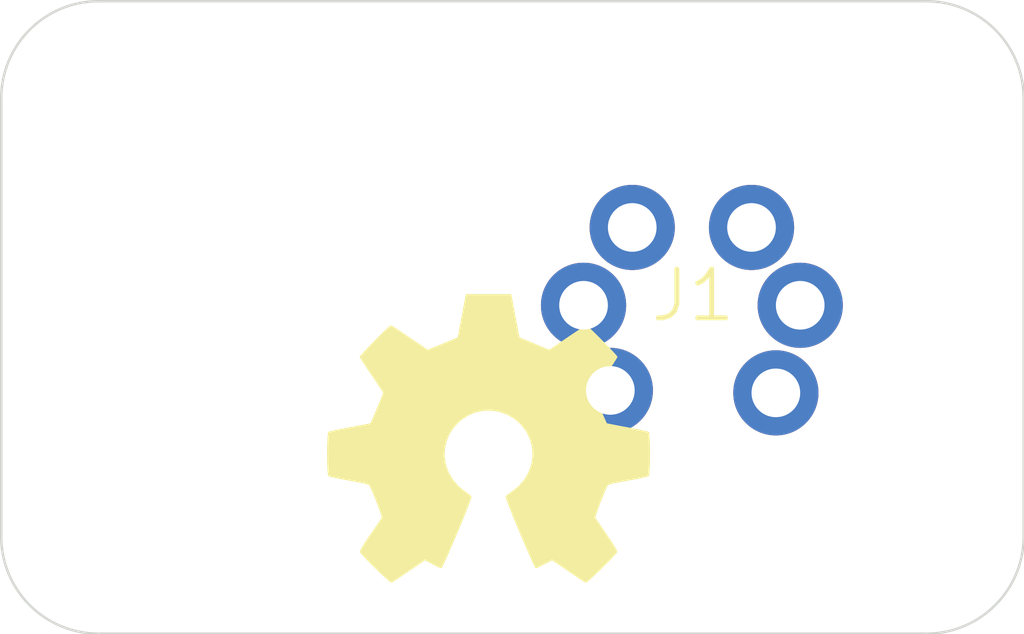
<source format=kicad_pcb>
(kicad_pcb (version 20240108) (generator "pcbnew") (generator_version "8.0")
  (layers (0 "F.Cu" signal) (31 "B.Cu" signal) (34 "B.Paste" user) (35 "F.Paste" user) (36 "B.SilkS" user "B.Silkscreen") (37 "F.SilkS" user "F.Silkscreen") (38 "B.Mask" user) (39 "F.Mask" user) (44 "Edge.Cuts" user))
  (net 0 "")
  (footprint "Symbol:OSHW-Symbol_6.7x6mm_SilkScreen" (layer "F.Cu") (at 150 99)
    (property "Reference" "LOGO1" (hide yes))
    (property "Value" "Logo_Open_Hardware_Small" (hide yes))
    (fp_poly (pts (xy 0.555814 -2.531069) (xy 0.639635 -2.086445) (xy 0.94892 -1.958947) (xy 1.258206 -1.831449) (xy 1.629246 -2.083754) (xy 1.733157 -2.154004) (xy 1.827087 -2.216728) (xy 1.906652 -2.269062) (xy 1.96747 -2.308143) (xy 2.005157 -2.331107) (xy 2.015421 -2.336058) (xy 2.03391 -2.323324) (xy 2.07342 -2.288118) (xy 2.129522 -2.234938) (xy 2.197787 -2.168282) (xy 2.273786 -2.092646) (xy 2.353092 -2.012528) (xy 2.431275 -1.932426) (xy 2.503907 -1.856836) (xy 2.566559 -1.790255) (xy 2.614803 -1.737182) (xy 2.64421 -1.702113) (xy 2.651241 -1.690377) (xy 2.641123 -1.66874) (xy 2.612759 -1.621338) (xy 2.569129 -1.552807) (xy 2.513218 -1.467785) (xy 2.448006 -1.370907) (xy 2.410219 -1.31565) (xy 2.341343 -1.214752) (xy 2.28014 -1.123701) (xy 2.229578 -1.04703) (xy 2.192628 -0.989272) (xy 2.172258 -0.954957) (xy 2.169197 -0.947746) (xy 2.176136 -0.927252) (xy 2.195051 -0.879487) (xy 2.223087 -0.811168) (xy 2.257391 -0.729011) (xy 2.295109 -0.63973) (xy 2.333387 -0.550042) (xy 2.36937 -0.466662) (xy 2.400206 -0.396306) (xy 2.423039 -0.34569) (xy 2.435017 -0.321529) (xy 2.435724 -0.320578) (xy 2.454531 -0.315964) (xy 2.504618 -0.305672) (xy 2.580793 -0.290713) (xy 2.677865 -0.272099) (xy 2.790643 -0.250841) (xy 2.856442 -0.238582) (xy 2.97695 -0.215638) (xy 3.085797 -0.193805) (xy 3.177476 -0.174278) (xy 3.246481 -0.158252) (xy 3.287304 -0.146921) (xy 3.295511 -0.143326) (xy 3.303548 -0.118994) (xy 3.310033 -0.064041) (xy 3.31497 0.015108) (xy 3.318364 0.112026) (xy 3.320218 0.220287) (xy 3.320538 0.333465) (xy 3.319327 0.445135) (xy 3.31659 0.548868) (xy 3.312331 0.638241) (xy 3.306555 0.706826) (xy 3.299267 0.748197) (xy 3.294895 0.75681) (xy 3.268764 0.767133) (xy 3.213393 0.781892) (xy 3.136107 0.799352) (xy 3.04423 0.81778) (xy 3.012158 0.823741) (xy 2.857524 0.852066) (xy 2.735375 0.874876) (xy 2.641673 0.89308) (xy 2.572384 0.907583) (xy 2.523471 0.919292) (xy 2.490897 0.929115) (xy 2.470628 0.937956) (xy 2.458626 0.946724) (xy 2.456947 0.948457) (xy 2.440184 0.976371) (xy 2.414614 1.030695) (xy 2.382788 1.104777) (xy 2.34726 1.191965) (xy 2.310583 1.285608) (xy 2.275311 1.379052) (xy 2.243996 1.465647) (xy 2.219193 1.53874) (xy 2.203454 1.591678) (xy 2.199332 1.617811) (xy 2.199676 1.618726) (xy 2.213641 1.640086) (xy 2.245322 1.687084) (xy 2.291391 1.754827) (xy 2.348518 1.838423) (xy 2.413373 1.932982) (xy 2.431843 1.959854) (xy 2.497699 2.057275) (xy 2.55565 2.146163) (xy 2.602538 2.221412) (xy 2.635207 2.27792) (xy 2.6505 2.310581) (xy 2.651241 2.314593) (xy 2.638392 2.335684) (xy 2.602888 2.377464) (xy 2.549293 2.435445) (xy 2.482171 2.505135) (xy 2.406087 2.582045) (xy 2.325604 2.661683) (xy 2.245287 2.739561) (xy 2.169699 2.811186) (xy 2.103405 2.87207) (xy 2.050969 2.917721) (xy 2.016955 2.94365) (xy 2.007545 2.947883) (xy 1.985643 2.937912) (xy 1.9408 2.91102) (xy 1.880321 2.871736) (xy 1.833789 2.840117) (xy 1.749475 2.782098) (xy 1.649626 2.713784) (xy 1.549473 2.645579) (xy 1.495627 2.609075) (xy 1.313371 2.4858) (xy 1.160381 2.56852) (xy 1.090682 2.604759) (xy 1.031414 2.632926) (xy 0.991311 2.648991) (xy 0.981103 2.651226) (xy 0.968829 2.634722) (xy 0.944613 2.588082) (xy 0.910263 2.515609) (xy 0.867588 2.421606) (xy 0.818394 2.310374) (xy 0.76449 2.186215) (xy 0.707684 2.053432) (xy 0.649782 1.916327) (xy 0.592593 1.779202) (xy 0.537924 1.646358) (xy 0.487584 1.522098) (xy 0.44338 1.410725) (xy 0.407119 1.316539) (xy 0.380609 1.243844) (xy 0.365658 1.196941) (xy 0.363254 1.180833) (xy 0.382311 1.160286) (xy 0.424036 1.126933) (xy 0.479706 1.087702) (xy 0.484378 1.084599) (xy 0.628264 0.969423) (xy 0.744283 0.835053) (xy 0.83143 0.685784) (xy 0.888699 0.525913) (xy 0.915086 0.359737) (xy 0.909585 0.191552) (xy 0.87119 0.025655) (xy 0.798895 -0.133658) (xy 0.777626 -0.168513) (xy 0.666996 -0.309263) (xy 0.536302 -0.422286) (xy 0.390064 -0.506997) (xy 0.232808 -0.562806) (xy 0.069057 -0.589126) (xy -0.096667 -0.58537) (xy -0.259838 -0.55095) (xy -0.415935 -0.485277) (xy -0.560433 -0.387765) (xy -0.605131 -0.348187) (xy -0.718888 -0.224297) (xy -0.801782 -0.093876) (xy -0.858644 0.052315) (xy -0.890313 0.197088) (xy -0.898131 0.35986) (xy -0.872062 0.52344) (xy -0.814755 0.682298) (xy -0.728856 0.830906) (xy -0.617014 0.963735) (xy -0.481877 1.075256) (xy -0.464117 1.087011) (xy -0.40785 1.125508) (xy -0.365077 1.158863) (xy -0.344628 1.18016) (xy -0.344331 1.180833) (xy -0.348721 1.203871) (xy -0.366124 1.256157) (xy -0.394732 1.33339) (xy -0.432735 1.431268) (xy -0.478326 1.545491) (xy -0.529697 1.671758) (xy -0.585038 1.805767) (xy -0.642542 1.943218) (xy -0.700399 2.079808) (xy -0.756802 2.211237) (xy -0.809942 2.333205) (xy -0.85801 2.441409) (xy -0.899199 2.531549) (xy -0.931699 2.599323) (xy -0.953703 2.64043) (xy -0.962564 2.651226) (xy -0.98964 2.642819) (xy -1.040303 2.620272) (xy -1.105817 2.587613) (xy -1.141841 2.56852) (xy -1.294832 2.4858) (xy -1.477088 2.609075) (xy -1.570125 2.672228) (xy -1.671985 2.741727) (xy -1.767438 2.807165) (xy -1.81525 2.840117) (xy -1.882495 2.885273) (xy -1.939436 2.921057) (xy -1.978646 2.942938) (xy -1.991381 2.947563) (xy -2.009917 2.935085) (xy -2.050941 2.900252) (xy -2.110475 2.846678) (xy -2.184542 2.777983) (xy -2.269165 2.697781) (xy -2.322685 2.646286) (xy -2.416319 2.554286) (xy -2.497241 2.471999) (xy -2.562177 2.402945) (xy -2.607858 2.350644) (xy -2.631011 2.318616) (xy -2.633232 2.312116) (xy -2.622924 2.287394) (xy -2.594439 2.237405) (xy -2.550937 2.167212) (xy -2.495577 2.081875) (xy -2.43152 1.986456) (xy -2.413303 1.959854) (xy -2.346927 1.863167) (xy -2.287378 1.776117) (xy -2.237984 1.703595) (xy -2.202075 1.650493) (xy -2.182981 1.621703) (xy -2.181136 1.618726) (xy -2.183895 1.595782) (xy -2.198538 1.545336) (xy -2.222513 1.474041) (xy -2.253266 1.388547) (xy -2.288244 1.295507) (xy -2.324893 1.201574) (xy -2.360661 1.113399) (xy -2.392994 1.037634) (xy -2.419338 0.980931) (xy -2.437142 0.949943) (xy -2.438407 0.948457) (xy -2.449294 0.939601) (xy -2.467682 0.930843) (xy -2.497606 0.921277) (xy -2.543103 0.909996) (xy -2.608209 0.896093) (xy -2.696961 0.878663) (xy -2.813393 0.856798) (xy -2.961542 0.829591) (xy -2.993618 0.823741) (xy -3.088686 0.805374) (xy -3.171565 0.787405) (xy -3.23493 0.771569) (xy -3.271458 0.7596) (xy -3.276356 0.75681) (xy -3.284427 0.732072) (xy -3.290987 0.67679) (xy -3.296033 0.597389) (xy -3.299559 0.500296) (xy -3.301561 0.391938) (xy -3.302036 0.27874) (xy -3.300977 0.167128) (xy -3.298382 0.063529) (xy -3.294246 -0.025632) (xy -3.288563 -0.093928) (xy -3.281331 -0.134934) (xy -3.276971 -0.143326) (xy -3.252698 -0.151792) (xy -3.197426 -0.165565) (xy -3.116662 -0.18345) (xy -3.015912 -0.204252) (xy -2.900683 -0.226777) (xy -2.837902 -0.238582) (xy -2.718787 -0.260849) (xy -2.612565 -0.281021) (xy -2.524427 -0.298085) (xy -2.459566 -0.311031) (xy -2.423174 -0.318845) (xy -2.417184 -0.320578) (xy -2.407061 -0.34011) (xy -2.385662 -0.387157) (xy -2.355839 -0.454997) (xy -2.320445 -0.536909) (xy -2.282332 -0.626172) (xy -2.244353 -0.716065) (xy -2.20936 -0.799865) (xy -2.180206 -0.870853) (xy -2.159743 -0.922306) (xy -2.150823 -0.947503) (xy -2.150657 -0.948604) (xy -2.160769 -0.968481) (xy -2.189117 -1.014223) (xy -2.232723 -1.081283) (xy -2.288606 -1.165116) (xy -2.353787 -1.261174) (xy -2.391679 -1.31635) (xy -2.460725 -1.417519) (xy -2.52205 -1.50937) (xy -2.572663 -1.587256) (xy -2.609571 -1.646531) (xy -2.629782 -1.682549) (xy -2.632701 -1.690623) (xy -2.620153 -1.709416) (xy -2.585463 -1.749543) (xy -2.533063 -1.806507) (xy -2.467384 -1.875815) (xy -2.392856 -1.952969) (xy -2.313913 -2.033475) (xy -2.234983 -2.112837) (xy -2.1605 -2.18656) (xy -2.094894 -2.250148) (xy -2.042596 -2.299106) (xy -2.008039 -2.328939) (xy -1.996478 -2.336058) (xy -1.977654 -2.326047) (xy -1.932631 -2.297922) (xy -1.865787 -2.254546) (xy -1.781499 -2.198782) (xy -1.684144 -2.133494) (xy -1.610707 -2.083754) (xy -1.239667 -1.831449) (xy -0.621095 -2.086445) (xy -0.537275 -2.531069) (xy -0.453454 -2.975693) (xy 0.471994 -2.975693) (xy 0.555814 -2.531069)) (stroke (width 0.01)) (fill solid) (layer "F.SilkS"))
  )
  (footprint "b160:M12-6A" (layer "F.Cu") (at 154.21 96.55)
    (property "Reference" "J1" (at 0 -0.5 0) (layer "F.SilkS") (effects (font (thickness 0.1))))
    (property "Value" "M12")
    (pad "1" thru_hole circle (at -1.25 -1.9) (size 1.75 1.75) (drill 1) (layers "*.Cu" "*.Mask"))
    (pad "2" thru_hole circle (at 1.2 -1.9) (size 1.75 1.75) (drill 1) (layers "*.Cu" "*.Mask"))
    (pad "3" thru_hole circle (at 2.2 -0.3) (size 1.75 1.75) (drill 1) (layers "*.Cu" "*.Mask"))
    (pad "4" thru_hole circle (at 1.7 1.5) (size 1.75 1.75) (drill 1) (layers "*.Cu" "*.Mask"))
    (pad "5" thru_hole circle (at -1.7 1.45) (size 1.75 1.75) (drill 1) (layers "*.Cu" "*.Mask"))
    (pad "6" thru_hole circle (at -2.25 -0.3) (size 1.75 1.75) (drill 1) (layers "*.Cu" "*.Mask"))
  )
  (gr_line (start 142 90) (end 159 90) (stroke (width 0.05)) (layer "Edge.Cuts"))
  (gr_arc (start 161 101) (mid 160.414214 102.414214) (end 159 103) (stroke (width 0.05)) (layer "Edge.Cuts"))
  (gr_line (start 159 103) (end 142 103) (stroke (width 0.05)) (layer "Edge.Cuts"))
  (gr_arc (start 159 90) (mid 160.414214 90.585786) (end 161 92) (stroke (width 0.05)) (layer "Edge.Cuts"))
  (gr_arc (start 142 103) (mid 140.585786 102.414214) (end 140 101) (stroke (width 0.05)) (layer "Edge.Cuts"))
  (gr_line (start 161 101) (end 161 92) (stroke (width 0.05)) (layer "Edge.Cuts"))
  (gr_line (start 140 101) (end 140 92) (stroke (width 0.05)) (layer "Edge.Cuts"))
  (gr_arc (start 140 92) (mid 140.585786 90.585786) (end 142 90) (stroke (width 0.05)) (layer "Edge.Cuts"))
)
</source>
